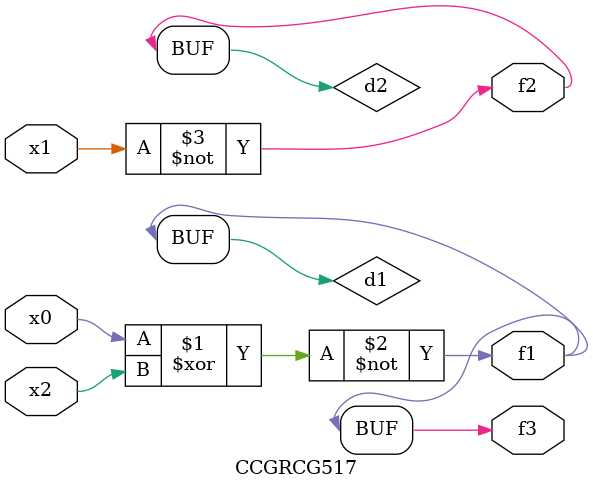
<source format=v>
module CCGRCG517(
	input x0, x1, x2,
	output f1, f2, f3
);

	wire d1, d2, d3;

	xnor (d1, x0, x2);
	nand (d2, x1);
	nor (d3, x1, x2);
	assign f1 = d1;
	assign f2 = d2;
	assign f3 = d1;
endmodule

</source>
